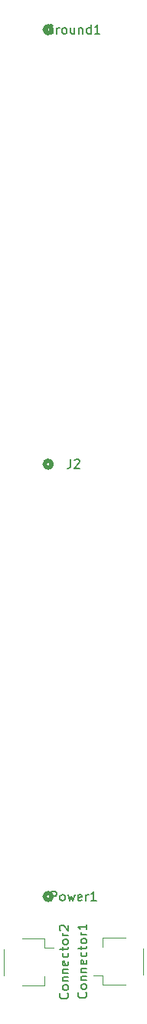
<source format=gbr>
%TF.GenerationSoftware,KiCad,Pcbnew,8.0.5*%
%TF.CreationDate,2025-09-23T17:33:25-05:00*%
%TF.ProjectId,test,74657374-2e6b-4696-9361-645f70636258,rev?*%
%TF.SameCoordinates,Original*%
%TF.FileFunction,Legend,Top*%
%TF.FilePolarity,Positive*%
%FSLAX46Y46*%
G04 Gerber Fmt 4.6, Leading zero omitted, Abs format (unit mm)*
G04 Created by KiCad (PCBNEW 8.0.5) date 2025-09-23 17:33:25*
%MOMM*%
%LPD*%
G01*
G04 APERTURE LIST*
%ADD10C,0.150000*%
%ADD11C,0.120000*%
%ADD12C,0.508000*%
G04 APERTURE END LIST*
D10*
X157839580Y-151628572D02*
X157887200Y-151676191D01*
X157887200Y-151676191D02*
X157934819Y-151819048D01*
X157934819Y-151819048D02*
X157934819Y-151914286D01*
X157934819Y-151914286D02*
X157887200Y-152057143D01*
X157887200Y-152057143D02*
X157791961Y-152152381D01*
X157791961Y-152152381D02*
X157696723Y-152200000D01*
X157696723Y-152200000D02*
X157506247Y-152247619D01*
X157506247Y-152247619D02*
X157363390Y-152247619D01*
X157363390Y-152247619D02*
X157172914Y-152200000D01*
X157172914Y-152200000D02*
X157077676Y-152152381D01*
X157077676Y-152152381D02*
X156982438Y-152057143D01*
X156982438Y-152057143D02*
X156934819Y-151914286D01*
X156934819Y-151914286D02*
X156934819Y-151819048D01*
X156934819Y-151819048D02*
X156982438Y-151676191D01*
X156982438Y-151676191D02*
X157030057Y-151628572D01*
X157934819Y-151057143D02*
X157887200Y-151152381D01*
X157887200Y-151152381D02*
X157839580Y-151200000D01*
X157839580Y-151200000D02*
X157744342Y-151247619D01*
X157744342Y-151247619D02*
X157458628Y-151247619D01*
X157458628Y-151247619D02*
X157363390Y-151200000D01*
X157363390Y-151200000D02*
X157315771Y-151152381D01*
X157315771Y-151152381D02*
X157268152Y-151057143D01*
X157268152Y-151057143D02*
X157268152Y-150914286D01*
X157268152Y-150914286D02*
X157315771Y-150819048D01*
X157315771Y-150819048D02*
X157363390Y-150771429D01*
X157363390Y-150771429D02*
X157458628Y-150723810D01*
X157458628Y-150723810D02*
X157744342Y-150723810D01*
X157744342Y-150723810D02*
X157839580Y-150771429D01*
X157839580Y-150771429D02*
X157887200Y-150819048D01*
X157887200Y-150819048D02*
X157934819Y-150914286D01*
X157934819Y-150914286D02*
X157934819Y-151057143D01*
X157268152Y-150295238D02*
X157934819Y-150295238D01*
X157363390Y-150295238D02*
X157315771Y-150247619D01*
X157315771Y-150247619D02*
X157268152Y-150152381D01*
X157268152Y-150152381D02*
X157268152Y-150009524D01*
X157268152Y-150009524D02*
X157315771Y-149914286D01*
X157315771Y-149914286D02*
X157411009Y-149866667D01*
X157411009Y-149866667D02*
X157934819Y-149866667D01*
X157268152Y-149390476D02*
X157934819Y-149390476D01*
X157363390Y-149390476D02*
X157315771Y-149342857D01*
X157315771Y-149342857D02*
X157268152Y-149247619D01*
X157268152Y-149247619D02*
X157268152Y-149104762D01*
X157268152Y-149104762D02*
X157315771Y-149009524D01*
X157315771Y-149009524D02*
X157411009Y-148961905D01*
X157411009Y-148961905D02*
X157934819Y-148961905D01*
X157887200Y-148104762D02*
X157934819Y-148200000D01*
X157934819Y-148200000D02*
X157934819Y-148390476D01*
X157934819Y-148390476D02*
X157887200Y-148485714D01*
X157887200Y-148485714D02*
X157791961Y-148533333D01*
X157791961Y-148533333D02*
X157411009Y-148533333D01*
X157411009Y-148533333D02*
X157315771Y-148485714D01*
X157315771Y-148485714D02*
X157268152Y-148390476D01*
X157268152Y-148390476D02*
X157268152Y-148200000D01*
X157268152Y-148200000D02*
X157315771Y-148104762D01*
X157315771Y-148104762D02*
X157411009Y-148057143D01*
X157411009Y-148057143D02*
X157506247Y-148057143D01*
X157506247Y-148057143D02*
X157601485Y-148533333D01*
X157887200Y-147200000D02*
X157934819Y-147295238D01*
X157934819Y-147295238D02*
X157934819Y-147485714D01*
X157934819Y-147485714D02*
X157887200Y-147580952D01*
X157887200Y-147580952D02*
X157839580Y-147628571D01*
X157839580Y-147628571D02*
X157744342Y-147676190D01*
X157744342Y-147676190D02*
X157458628Y-147676190D01*
X157458628Y-147676190D02*
X157363390Y-147628571D01*
X157363390Y-147628571D02*
X157315771Y-147580952D01*
X157315771Y-147580952D02*
X157268152Y-147485714D01*
X157268152Y-147485714D02*
X157268152Y-147295238D01*
X157268152Y-147295238D02*
X157315771Y-147200000D01*
X157268152Y-146914285D02*
X157268152Y-146533333D01*
X156934819Y-146771428D02*
X157791961Y-146771428D01*
X157791961Y-146771428D02*
X157887200Y-146723809D01*
X157887200Y-146723809D02*
X157934819Y-146628571D01*
X157934819Y-146628571D02*
X157934819Y-146533333D01*
X157934819Y-146057142D02*
X157887200Y-146152380D01*
X157887200Y-146152380D02*
X157839580Y-146199999D01*
X157839580Y-146199999D02*
X157744342Y-146247618D01*
X157744342Y-146247618D02*
X157458628Y-146247618D01*
X157458628Y-146247618D02*
X157363390Y-146199999D01*
X157363390Y-146199999D02*
X157315771Y-146152380D01*
X157315771Y-146152380D02*
X157268152Y-146057142D01*
X157268152Y-146057142D02*
X157268152Y-145914285D01*
X157268152Y-145914285D02*
X157315771Y-145819047D01*
X157315771Y-145819047D02*
X157363390Y-145771428D01*
X157363390Y-145771428D02*
X157458628Y-145723809D01*
X157458628Y-145723809D02*
X157744342Y-145723809D01*
X157744342Y-145723809D02*
X157839580Y-145771428D01*
X157839580Y-145771428D02*
X157887200Y-145819047D01*
X157887200Y-145819047D02*
X157934819Y-145914285D01*
X157934819Y-145914285D02*
X157934819Y-146057142D01*
X157934819Y-145295237D02*
X157268152Y-145295237D01*
X157458628Y-145295237D02*
X157363390Y-145247618D01*
X157363390Y-145247618D02*
X157315771Y-145199999D01*
X157315771Y-145199999D02*
X157268152Y-145104761D01*
X157268152Y-145104761D02*
X157268152Y-145009523D01*
X157030057Y-144723808D02*
X156982438Y-144676189D01*
X156982438Y-144676189D02*
X156934819Y-144580951D01*
X156934819Y-144580951D02*
X156934819Y-144342856D01*
X156934819Y-144342856D02*
X156982438Y-144247618D01*
X156982438Y-144247618D02*
X157030057Y-144199999D01*
X157030057Y-144199999D02*
X157125295Y-144152380D01*
X157125295Y-144152380D02*
X157220533Y-144152380D01*
X157220533Y-144152380D02*
X157363390Y-144199999D01*
X157363390Y-144199999D02*
X157934819Y-144771427D01*
X157934819Y-144771427D02*
X157934819Y-144152380D01*
X159879580Y-151535073D02*
X159927200Y-151582692D01*
X159927200Y-151582692D02*
X159974819Y-151725549D01*
X159974819Y-151725549D02*
X159974819Y-151820787D01*
X159974819Y-151820787D02*
X159927200Y-151963644D01*
X159927200Y-151963644D02*
X159831961Y-152058882D01*
X159831961Y-152058882D02*
X159736723Y-152106501D01*
X159736723Y-152106501D02*
X159546247Y-152154120D01*
X159546247Y-152154120D02*
X159403390Y-152154120D01*
X159403390Y-152154120D02*
X159212914Y-152106501D01*
X159212914Y-152106501D02*
X159117676Y-152058882D01*
X159117676Y-152058882D02*
X159022438Y-151963644D01*
X159022438Y-151963644D02*
X158974819Y-151820787D01*
X158974819Y-151820787D02*
X158974819Y-151725549D01*
X158974819Y-151725549D02*
X159022438Y-151582692D01*
X159022438Y-151582692D02*
X159070057Y-151535073D01*
X159974819Y-150963644D02*
X159927200Y-151058882D01*
X159927200Y-151058882D02*
X159879580Y-151106501D01*
X159879580Y-151106501D02*
X159784342Y-151154120D01*
X159784342Y-151154120D02*
X159498628Y-151154120D01*
X159498628Y-151154120D02*
X159403390Y-151106501D01*
X159403390Y-151106501D02*
X159355771Y-151058882D01*
X159355771Y-151058882D02*
X159308152Y-150963644D01*
X159308152Y-150963644D02*
X159308152Y-150820787D01*
X159308152Y-150820787D02*
X159355771Y-150725549D01*
X159355771Y-150725549D02*
X159403390Y-150677930D01*
X159403390Y-150677930D02*
X159498628Y-150630311D01*
X159498628Y-150630311D02*
X159784342Y-150630311D01*
X159784342Y-150630311D02*
X159879580Y-150677930D01*
X159879580Y-150677930D02*
X159927200Y-150725549D01*
X159927200Y-150725549D02*
X159974819Y-150820787D01*
X159974819Y-150820787D02*
X159974819Y-150963644D01*
X159308152Y-150201739D02*
X159974819Y-150201739D01*
X159403390Y-150201739D02*
X159355771Y-150154120D01*
X159355771Y-150154120D02*
X159308152Y-150058882D01*
X159308152Y-150058882D02*
X159308152Y-149916025D01*
X159308152Y-149916025D02*
X159355771Y-149820787D01*
X159355771Y-149820787D02*
X159451009Y-149773168D01*
X159451009Y-149773168D02*
X159974819Y-149773168D01*
X159308152Y-149296977D02*
X159974819Y-149296977D01*
X159403390Y-149296977D02*
X159355771Y-149249358D01*
X159355771Y-149249358D02*
X159308152Y-149154120D01*
X159308152Y-149154120D02*
X159308152Y-149011263D01*
X159308152Y-149011263D02*
X159355771Y-148916025D01*
X159355771Y-148916025D02*
X159451009Y-148868406D01*
X159451009Y-148868406D02*
X159974819Y-148868406D01*
X159927200Y-148011263D02*
X159974819Y-148106501D01*
X159974819Y-148106501D02*
X159974819Y-148296977D01*
X159974819Y-148296977D02*
X159927200Y-148392215D01*
X159927200Y-148392215D02*
X159831961Y-148439834D01*
X159831961Y-148439834D02*
X159451009Y-148439834D01*
X159451009Y-148439834D02*
X159355771Y-148392215D01*
X159355771Y-148392215D02*
X159308152Y-148296977D01*
X159308152Y-148296977D02*
X159308152Y-148106501D01*
X159308152Y-148106501D02*
X159355771Y-148011263D01*
X159355771Y-148011263D02*
X159451009Y-147963644D01*
X159451009Y-147963644D02*
X159546247Y-147963644D01*
X159546247Y-147963644D02*
X159641485Y-148439834D01*
X159927200Y-147106501D02*
X159974819Y-147201739D01*
X159974819Y-147201739D02*
X159974819Y-147392215D01*
X159974819Y-147392215D02*
X159927200Y-147487453D01*
X159927200Y-147487453D02*
X159879580Y-147535072D01*
X159879580Y-147535072D02*
X159784342Y-147582691D01*
X159784342Y-147582691D02*
X159498628Y-147582691D01*
X159498628Y-147582691D02*
X159403390Y-147535072D01*
X159403390Y-147535072D02*
X159355771Y-147487453D01*
X159355771Y-147487453D02*
X159308152Y-147392215D01*
X159308152Y-147392215D02*
X159308152Y-147201739D01*
X159308152Y-147201739D02*
X159355771Y-147106501D01*
X159308152Y-146820786D02*
X159308152Y-146439834D01*
X158974819Y-146677929D02*
X159831961Y-146677929D01*
X159831961Y-146677929D02*
X159927200Y-146630310D01*
X159927200Y-146630310D02*
X159974819Y-146535072D01*
X159974819Y-146535072D02*
X159974819Y-146439834D01*
X159974819Y-145963643D02*
X159927200Y-146058881D01*
X159927200Y-146058881D02*
X159879580Y-146106500D01*
X159879580Y-146106500D02*
X159784342Y-146154119D01*
X159784342Y-146154119D02*
X159498628Y-146154119D01*
X159498628Y-146154119D02*
X159403390Y-146106500D01*
X159403390Y-146106500D02*
X159355771Y-146058881D01*
X159355771Y-146058881D02*
X159308152Y-145963643D01*
X159308152Y-145963643D02*
X159308152Y-145820786D01*
X159308152Y-145820786D02*
X159355771Y-145725548D01*
X159355771Y-145725548D02*
X159403390Y-145677929D01*
X159403390Y-145677929D02*
X159498628Y-145630310D01*
X159498628Y-145630310D02*
X159784342Y-145630310D01*
X159784342Y-145630310D02*
X159879580Y-145677929D01*
X159879580Y-145677929D02*
X159927200Y-145725548D01*
X159927200Y-145725548D02*
X159974819Y-145820786D01*
X159974819Y-145820786D02*
X159974819Y-145963643D01*
X159974819Y-145201738D02*
X159308152Y-145201738D01*
X159498628Y-145201738D02*
X159403390Y-145154119D01*
X159403390Y-145154119D02*
X159355771Y-145106500D01*
X159355771Y-145106500D02*
X159308152Y-145011262D01*
X159308152Y-145011262D02*
X159308152Y-144916024D01*
X159974819Y-144058881D02*
X159974819Y-144630309D01*
X159974819Y-144344595D02*
X158974819Y-144344595D01*
X158974819Y-144344595D02*
X159117676Y-144439833D01*
X159117676Y-144439833D02*
X159212914Y-144535071D01*
X159212914Y-144535071D02*
X159260533Y-144630309D01*
X156176166Y-45247939D02*
X156080928Y-45200320D01*
X156080928Y-45200320D02*
X155938071Y-45200320D01*
X155938071Y-45200320D02*
X155795214Y-45247939D01*
X155795214Y-45247939D02*
X155699976Y-45343177D01*
X155699976Y-45343177D02*
X155652357Y-45438415D01*
X155652357Y-45438415D02*
X155604738Y-45628891D01*
X155604738Y-45628891D02*
X155604738Y-45771748D01*
X155604738Y-45771748D02*
X155652357Y-45962224D01*
X155652357Y-45962224D02*
X155699976Y-46057462D01*
X155699976Y-46057462D02*
X155795214Y-46152701D01*
X155795214Y-46152701D02*
X155938071Y-46200320D01*
X155938071Y-46200320D02*
X156033309Y-46200320D01*
X156033309Y-46200320D02*
X156176166Y-46152701D01*
X156176166Y-46152701D02*
X156223785Y-46105081D01*
X156223785Y-46105081D02*
X156223785Y-45771748D01*
X156223785Y-45771748D02*
X156033309Y-45771748D01*
X156652357Y-46200320D02*
X156652357Y-45533653D01*
X156652357Y-45724129D02*
X156699976Y-45628891D01*
X156699976Y-45628891D02*
X156747595Y-45581272D01*
X156747595Y-45581272D02*
X156842833Y-45533653D01*
X156842833Y-45533653D02*
X156938071Y-45533653D01*
X157414262Y-46200320D02*
X157319024Y-46152701D01*
X157319024Y-46152701D02*
X157271405Y-46105081D01*
X157271405Y-46105081D02*
X157223786Y-46009843D01*
X157223786Y-46009843D02*
X157223786Y-45724129D01*
X157223786Y-45724129D02*
X157271405Y-45628891D01*
X157271405Y-45628891D02*
X157319024Y-45581272D01*
X157319024Y-45581272D02*
X157414262Y-45533653D01*
X157414262Y-45533653D02*
X157557119Y-45533653D01*
X157557119Y-45533653D02*
X157652357Y-45581272D01*
X157652357Y-45581272D02*
X157699976Y-45628891D01*
X157699976Y-45628891D02*
X157747595Y-45724129D01*
X157747595Y-45724129D02*
X157747595Y-46009843D01*
X157747595Y-46009843D02*
X157699976Y-46105081D01*
X157699976Y-46105081D02*
X157652357Y-46152701D01*
X157652357Y-46152701D02*
X157557119Y-46200320D01*
X157557119Y-46200320D02*
X157414262Y-46200320D01*
X158604738Y-45533653D02*
X158604738Y-46200320D01*
X158176167Y-45533653D02*
X158176167Y-46057462D01*
X158176167Y-46057462D02*
X158223786Y-46152701D01*
X158223786Y-46152701D02*
X158319024Y-46200320D01*
X158319024Y-46200320D02*
X158461881Y-46200320D01*
X158461881Y-46200320D02*
X158557119Y-46152701D01*
X158557119Y-46152701D02*
X158604738Y-46105081D01*
X159080929Y-45533653D02*
X159080929Y-46200320D01*
X159080929Y-45628891D02*
X159128548Y-45581272D01*
X159128548Y-45581272D02*
X159223786Y-45533653D01*
X159223786Y-45533653D02*
X159366643Y-45533653D01*
X159366643Y-45533653D02*
X159461881Y-45581272D01*
X159461881Y-45581272D02*
X159509500Y-45676510D01*
X159509500Y-45676510D02*
X159509500Y-46200320D01*
X160414262Y-46200320D02*
X160414262Y-45200320D01*
X160414262Y-46152701D02*
X160319024Y-46200320D01*
X160319024Y-46200320D02*
X160128548Y-46200320D01*
X160128548Y-46200320D02*
X160033310Y-46152701D01*
X160033310Y-46152701D02*
X159985691Y-46105081D01*
X159985691Y-46105081D02*
X159938072Y-46009843D01*
X159938072Y-46009843D02*
X159938072Y-45724129D01*
X159938072Y-45724129D02*
X159985691Y-45628891D01*
X159985691Y-45628891D02*
X160033310Y-45581272D01*
X160033310Y-45581272D02*
X160128548Y-45533653D01*
X160128548Y-45533653D02*
X160319024Y-45533653D01*
X160319024Y-45533653D02*
X160414262Y-45581272D01*
X161414262Y-46200320D02*
X160842834Y-46200320D01*
X161128548Y-46200320D02*
X161128548Y-45200320D01*
X161128548Y-45200320D02*
X161033310Y-45343177D01*
X161033310Y-45343177D02*
X160938072Y-45438415D01*
X160938072Y-45438415D02*
X160842834Y-45486034D01*
X158176166Y-92945320D02*
X158176166Y-93659605D01*
X158176166Y-93659605D02*
X158128547Y-93802462D01*
X158128547Y-93802462D02*
X158033309Y-93897701D01*
X158033309Y-93897701D02*
X157890452Y-93945320D01*
X157890452Y-93945320D02*
X157795214Y-93945320D01*
X158604738Y-93040558D02*
X158652357Y-92992939D01*
X158652357Y-92992939D02*
X158747595Y-92945320D01*
X158747595Y-92945320D02*
X158985690Y-92945320D01*
X158985690Y-92945320D02*
X159080928Y-92992939D01*
X159080928Y-92992939D02*
X159128547Y-93040558D01*
X159128547Y-93040558D02*
X159176166Y-93135796D01*
X159176166Y-93135796D02*
X159176166Y-93231034D01*
X159176166Y-93231034D02*
X159128547Y-93373891D01*
X159128547Y-93373891D02*
X158557119Y-93945320D01*
X158557119Y-93945320D02*
X159176166Y-93945320D01*
X156057119Y-141445320D02*
X156057119Y-140445320D01*
X156057119Y-140445320D02*
X156438071Y-140445320D01*
X156438071Y-140445320D02*
X156533309Y-140492939D01*
X156533309Y-140492939D02*
X156580928Y-140540558D01*
X156580928Y-140540558D02*
X156628547Y-140635796D01*
X156628547Y-140635796D02*
X156628547Y-140778653D01*
X156628547Y-140778653D02*
X156580928Y-140873891D01*
X156580928Y-140873891D02*
X156533309Y-140921510D01*
X156533309Y-140921510D02*
X156438071Y-140969129D01*
X156438071Y-140969129D02*
X156057119Y-140969129D01*
X157199976Y-141445320D02*
X157104738Y-141397701D01*
X157104738Y-141397701D02*
X157057119Y-141350081D01*
X157057119Y-141350081D02*
X157009500Y-141254843D01*
X157009500Y-141254843D02*
X157009500Y-140969129D01*
X157009500Y-140969129D02*
X157057119Y-140873891D01*
X157057119Y-140873891D02*
X157104738Y-140826272D01*
X157104738Y-140826272D02*
X157199976Y-140778653D01*
X157199976Y-140778653D02*
X157342833Y-140778653D01*
X157342833Y-140778653D02*
X157438071Y-140826272D01*
X157438071Y-140826272D02*
X157485690Y-140873891D01*
X157485690Y-140873891D02*
X157533309Y-140969129D01*
X157533309Y-140969129D02*
X157533309Y-141254843D01*
X157533309Y-141254843D02*
X157485690Y-141350081D01*
X157485690Y-141350081D02*
X157438071Y-141397701D01*
X157438071Y-141397701D02*
X157342833Y-141445320D01*
X157342833Y-141445320D02*
X157199976Y-141445320D01*
X157866643Y-140778653D02*
X158057119Y-141445320D01*
X158057119Y-141445320D02*
X158247595Y-140969129D01*
X158247595Y-140969129D02*
X158438071Y-141445320D01*
X158438071Y-141445320D02*
X158628547Y-140778653D01*
X159390452Y-141397701D02*
X159295214Y-141445320D01*
X159295214Y-141445320D02*
X159104738Y-141445320D01*
X159104738Y-141445320D02*
X159009500Y-141397701D01*
X159009500Y-141397701D02*
X158961881Y-141302462D01*
X158961881Y-141302462D02*
X158961881Y-140921510D01*
X158961881Y-140921510D02*
X159009500Y-140826272D01*
X159009500Y-140826272D02*
X159104738Y-140778653D01*
X159104738Y-140778653D02*
X159295214Y-140778653D01*
X159295214Y-140778653D02*
X159390452Y-140826272D01*
X159390452Y-140826272D02*
X159438071Y-140921510D01*
X159438071Y-140921510D02*
X159438071Y-141016748D01*
X159438071Y-141016748D02*
X158961881Y-141111986D01*
X159866643Y-141445320D02*
X159866643Y-140778653D01*
X159866643Y-140969129D02*
X159914262Y-140873891D01*
X159914262Y-140873891D02*
X159961881Y-140826272D01*
X159961881Y-140826272D02*
X160057119Y-140778653D01*
X160057119Y-140778653D02*
X160152357Y-140778653D01*
X161009500Y-141445320D02*
X160438072Y-141445320D01*
X160723786Y-141445320D02*
X160723786Y-140445320D01*
X160723786Y-140445320D02*
X160628548Y-140588177D01*
X160628548Y-140588177D02*
X160533310Y-140683415D01*
X160533310Y-140683415D02*
X160438072Y-140731034D01*
D11*
%TO.C,Connector2*%
X155285000Y-145590000D02*
X155285000Y-146640000D01*
X152785000Y-145590000D02*
X155285000Y-145590000D01*
X155285000Y-146640000D02*
X156275000Y-146640000D01*
X150815000Y-146760000D02*
X150815000Y-149640000D01*
X155285000Y-150810000D02*
X155285000Y-149760000D01*
X152785000Y-150810000D02*
X155285000Y-150810000D01*
%TO.C,Connector1*%
X161715000Y-150716501D02*
X161715000Y-149666501D01*
X164215000Y-150716501D02*
X161715000Y-150716501D01*
X161715000Y-149666501D02*
X160725000Y-149666501D01*
X166185000Y-149546501D02*
X166185000Y-146666501D01*
X161715000Y-145496501D02*
X161715000Y-146546501D01*
X164215000Y-145496501D02*
X161715000Y-145496501D01*
D12*
%TO.C,Ground1*%
X156071100Y-45745501D02*
G75*
G02*
X155309100Y-45745501I-381000J0D01*
G01*
X155309100Y-45745501D02*
G75*
G02*
X156071100Y-45745501I381000J0D01*
G01*
%TO.C,J2*%
X156071100Y-93490501D02*
G75*
G02*
X155309100Y-93490501I-381000J0D01*
G01*
X155309100Y-93490501D02*
G75*
G02*
X156071100Y-93490501I381000J0D01*
G01*
%TO.C,Power1*%
X156071100Y-140990501D02*
G75*
G02*
X155309100Y-140990501I-381000J0D01*
G01*
X155309100Y-140990501D02*
G75*
G02*
X156071100Y-140990501I381000J0D01*
G01*
%TD*%
M02*

</source>
